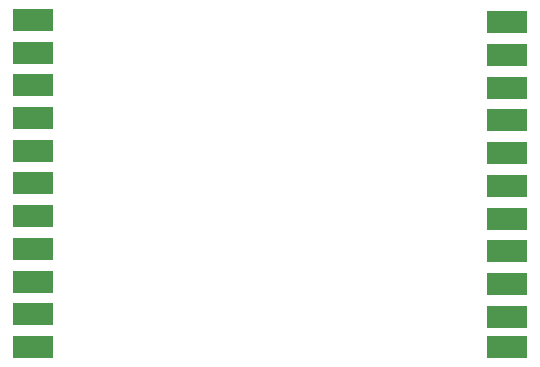
<source format=gbr>
%TF.GenerationSoftware,KiCad,Pcbnew,(5.1.9)-1*%
%TF.CreationDate,2021-05-27T14:44:41-04:00*%
%TF.ProjectId,Aimga2MacFloppy,41696d67-6132-44d6-9163-466c6f707079,1.0*%
%TF.SameCoordinates,Original*%
%TF.FileFunction,Paste,Bot*%
%TF.FilePolarity,Positive*%
%FSLAX46Y46*%
G04 Gerber Fmt 4.6, Leading zero omitted, Abs format (unit mm)*
G04 Created by KiCad (PCBNEW (5.1.9)-1) date 2021-05-27 14:44:41*
%MOMM*%
%LPD*%
G01*
G04 APERTURE LIST*
%ADD10R,3.480000X1.846667*%
G04 APERTURE END LIST*
D10*
%TO.C,J1*%
X118444000Y-90941000D03*
X118444000Y-93711000D03*
X118444000Y-96481000D03*
X118444000Y-99251000D03*
X118444000Y-102021000D03*
X118444000Y-104791000D03*
X118444000Y-107561000D03*
X118444000Y-110331000D03*
X118444000Y-113101000D03*
X118444000Y-115871000D03*
X118444000Y-118670000D03*
%TD*%
%TO.C,J3*%
X158500000Y-118611000D03*
X158500000Y-116071000D03*
X158500000Y-113301000D03*
X158500000Y-110531000D03*
X158500000Y-107761000D03*
X158500000Y-104991000D03*
X158500000Y-102221000D03*
X158500000Y-99451000D03*
X158500000Y-96681000D03*
X158500000Y-93911000D03*
X158500000Y-91141000D03*
%TD*%
M02*

</source>
